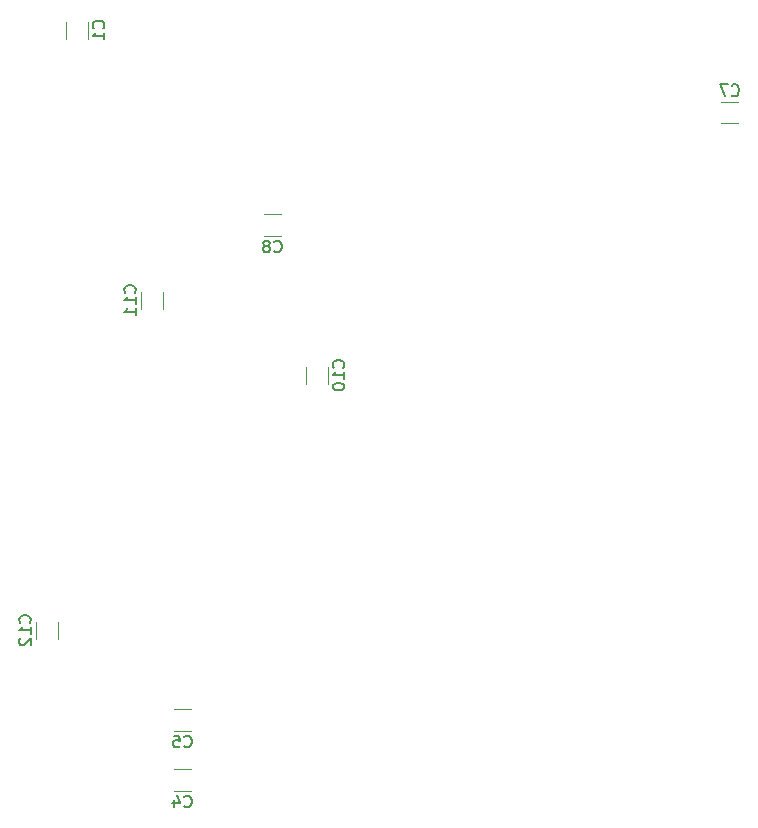
<source format=gbr>
%TF.GenerationSoftware,KiCad,Pcbnew,8.0.5*%
%TF.CreationDate,2024-10-06T22:29:13+02:00*%
%TF.ProjectId,carte_test,63617274-655f-4746-9573-742e6b696361,0*%
%TF.SameCoordinates,Original*%
%TF.FileFunction,Legend,Bot*%
%TF.FilePolarity,Positive*%
%FSLAX46Y46*%
G04 Gerber Fmt 4.6, Leading zero omitted, Abs format (unit mm)*
G04 Created by KiCad (PCBNEW 8.0.5) date 2024-10-06 22:29:13*
%MOMM*%
%LPD*%
G01*
G04 APERTURE LIST*
%ADD10C,0.150000*%
%ADD11C,0.120000*%
G04 APERTURE END LIST*
D10*
X123494580Y-62698333D02*
X123542200Y-62650714D01*
X123542200Y-62650714D02*
X123589819Y-62507857D01*
X123589819Y-62507857D02*
X123589819Y-62412619D01*
X123589819Y-62412619D02*
X123542200Y-62269762D01*
X123542200Y-62269762D02*
X123446961Y-62174524D01*
X123446961Y-62174524D02*
X123351723Y-62126905D01*
X123351723Y-62126905D02*
X123161247Y-62079286D01*
X123161247Y-62079286D02*
X123018390Y-62079286D01*
X123018390Y-62079286D02*
X122827914Y-62126905D01*
X122827914Y-62126905D02*
X122732676Y-62174524D01*
X122732676Y-62174524D02*
X122637438Y-62269762D01*
X122637438Y-62269762D02*
X122589819Y-62412619D01*
X122589819Y-62412619D02*
X122589819Y-62507857D01*
X122589819Y-62507857D02*
X122637438Y-62650714D01*
X122637438Y-62650714D02*
X122685057Y-62698333D01*
X123589819Y-63650714D02*
X123589819Y-63079286D01*
X123589819Y-63365000D02*
X122589819Y-63365000D01*
X122589819Y-63365000D02*
X122732676Y-63269762D01*
X122732676Y-63269762D02*
X122827914Y-63174524D01*
X122827914Y-63174524D02*
X122875533Y-63079286D01*
X130341666Y-128574580D02*
X130389285Y-128622200D01*
X130389285Y-128622200D02*
X130532142Y-128669819D01*
X130532142Y-128669819D02*
X130627380Y-128669819D01*
X130627380Y-128669819D02*
X130770237Y-128622200D01*
X130770237Y-128622200D02*
X130865475Y-128526961D01*
X130865475Y-128526961D02*
X130913094Y-128431723D01*
X130913094Y-128431723D02*
X130960713Y-128241247D01*
X130960713Y-128241247D02*
X130960713Y-128098390D01*
X130960713Y-128098390D02*
X130913094Y-127907914D01*
X130913094Y-127907914D02*
X130865475Y-127812676D01*
X130865475Y-127812676D02*
X130770237Y-127717438D01*
X130770237Y-127717438D02*
X130627380Y-127669819D01*
X130627380Y-127669819D02*
X130532142Y-127669819D01*
X130532142Y-127669819D02*
X130389285Y-127717438D01*
X130389285Y-127717438D02*
X130341666Y-127765057D01*
X129484523Y-128003152D02*
X129484523Y-128669819D01*
X129722618Y-127622200D02*
X129960713Y-128336485D01*
X129960713Y-128336485D02*
X129341666Y-128336485D01*
X130341666Y-123494580D02*
X130389285Y-123542200D01*
X130389285Y-123542200D02*
X130532142Y-123589819D01*
X130532142Y-123589819D02*
X130627380Y-123589819D01*
X130627380Y-123589819D02*
X130770237Y-123542200D01*
X130770237Y-123542200D02*
X130865475Y-123446961D01*
X130865475Y-123446961D02*
X130913094Y-123351723D01*
X130913094Y-123351723D02*
X130960713Y-123161247D01*
X130960713Y-123161247D02*
X130960713Y-123018390D01*
X130960713Y-123018390D02*
X130913094Y-122827914D01*
X130913094Y-122827914D02*
X130865475Y-122732676D01*
X130865475Y-122732676D02*
X130770237Y-122637438D01*
X130770237Y-122637438D02*
X130627380Y-122589819D01*
X130627380Y-122589819D02*
X130532142Y-122589819D01*
X130532142Y-122589819D02*
X130389285Y-122637438D01*
X130389285Y-122637438D02*
X130341666Y-122685057D01*
X129436904Y-122589819D02*
X129913094Y-122589819D01*
X129913094Y-122589819D02*
X129960713Y-123066009D01*
X129960713Y-123066009D02*
X129913094Y-123018390D01*
X129913094Y-123018390D02*
X129817856Y-122970771D01*
X129817856Y-122970771D02*
X129579761Y-122970771D01*
X129579761Y-122970771D02*
X129484523Y-123018390D01*
X129484523Y-123018390D02*
X129436904Y-123066009D01*
X129436904Y-123066009D02*
X129389285Y-123161247D01*
X129389285Y-123161247D02*
X129389285Y-123399342D01*
X129389285Y-123399342D02*
X129436904Y-123494580D01*
X129436904Y-123494580D02*
X129484523Y-123542200D01*
X129484523Y-123542200D02*
X129579761Y-123589819D01*
X129579761Y-123589819D02*
X129817856Y-123589819D01*
X129817856Y-123589819D02*
X129913094Y-123542200D01*
X129913094Y-123542200D02*
X129960713Y-123494580D01*
X117254580Y-113022142D02*
X117302200Y-112974523D01*
X117302200Y-112974523D02*
X117349819Y-112831666D01*
X117349819Y-112831666D02*
X117349819Y-112736428D01*
X117349819Y-112736428D02*
X117302200Y-112593571D01*
X117302200Y-112593571D02*
X117206961Y-112498333D01*
X117206961Y-112498333D02*
X117111723Y-112450714D01*
X117111723Y-112450714D02*
X116921247Y-112403095D01*
X116921247Y-112403095D02*
X116778390Y-112403095D01*
X116778390Y-112403095D02*
X116587914Y-112450714D01*
X116587914Y-112450714D02*
X116492676Y-112498333D01*
X116492676Y-112498333D02*
X116397438Y-112593571D01*
X116397438Y-112593571D02*
X116349819Y-112736428D01*
X116349819Y-112736428D02*
X116349819Y-112831666D01*
X116349819Y-112831666D02*
X116397438Y-112974523D01*
X116397438Y-112974523D02*
X116445057Y-113022142D01*
X117349819Y-113974523D02*
X117349819Y-113403095D01*
X117349819Y-113688809D02*
X116349819Y-113688809D01*
X116349819Y-113688809D02*
X116492676Y-113593571D01*
X116492676Y-113593571D02*
X116587914Y-113498333D01*
X116587914Y-113498333D02*
X116635533Y-113403095D01*
X116445057Y-114355476D02*
X116397438Y-114403095D01*
X116397438Y-114403095D02*
X116349819Y-114498333D01*
X116349819Y-114498333D02*
X116349819Y-114736428D01*
X116349819Y-114736428D02*
X116397438Y-114831666D01*
X116397438Y-114831666D02*
X116445057Y-114879285D01*
X116445057Y-114879285D02*
X116540295Y-114926904D01*
X116540295Y-114926904D02*
X116635533Y-114926904D01*
X116635533Y-114926904D02*
X116778390Y-114879285D01*
X116778390Y-114879285D02*
X117349819Y-114307857D01*
X117349819Y-114307857D02*
X117349819Y-114926904D01*
X126144580Y-85082142D02*
X126192200Y-85034523D01*
X126192200Y-85034523D02*
X126239819Y-84891666D01*
X126239819Y-84891666D02*
X126239819Y-84796428D01*
X126239819Y-84796428D02*
X126192200Y-84653571D01*
X126192200Y-84653571D02*
X126096961Y-84558333D01*
X126096961Y-84558333D02*
X126001723Y-84510714D01*
X126001723Y-84510714D02*
X125811247Y-84463095D01*
X125811247Y-84463095D02*
X125668390Y-84463095D01*
X125668390Y-84463095D02*
X125477914Y-84510714D01*
X125477914Y-84510714D02*
X125382676Y-84558333D01*
X125382676Y-84558333D02*
X125287438Y-84653571D01*
X125287438Y-84653571D02*
X125239819Y-84796428D01*
X125239819Y-84796428D02*
X125239819Y-84891666D01*
X125239819Y-84891666D02*
X125287438Y-85034523D01*
X125287438Y-85034523D02*
X125335057Y-85082142D01*
X126239819Y-86034523D02*
X126239819Y-85463095D01*
X126239819Y-85748809D02*
X125239819Y-85748809D01*
X125239819Y-85748809D02*
X125382676Y-85653571D01*
X125382676Y-85653571D02*
X125477914Y-85558333D01*
X125477914Y-85558333D02*
X125525533Y-85463095D01*
X126239819Y-86986904D02*
X126239819Y-86415476D01*
X126239819Y-86701190D02*
X125239819Y-86701190D01*
X125239819Y-86701190D02*
X125382676Y-86605952D01*
X125382676Y-86605952D02*
X125477914Y-86510714D01*
X125477914Y-86510714D02*
X125525533Y-86415476D01*
X143814580Y-91432142D02*
X143862200Y-91384523D01*
X143862200Y-91384523D02*
X143909819Y-91241666D01*
X143909819Y-91241666D02*
X143909819Y-91146428D01*
X143909819Y-91146428D02*
X143862200Y-91003571D01*
X143862200Y-91003571D02*
X143766961Y-90908333D01*
X143766961Y-90908333D02*
X143671723Y-90860714D01*
X143671723Y-90860714D02*
X143481247Y-90813095D01*
X143481247Y-90813095D02*
X143338390Y-90813095D01*
X143338390Y-90813095D02*
X143147914Y-90860714D01*
X143147914Y-90860714D02*
X143052676Y-90908333D01*
X143052676Y-90908333D02*
X142957438Y-91003571D01*
X142957438Y-91003571D02*
X142909819Y-91146428D01*
X142909819Y-91146428D02*
X142909819Y-91241666D01*
X142909819Y-91241666D02*
X142957438Y-91384523D01*
X142957438Y-91384523D02*
X143005057Y-91432142D01*
X143909819Y-92384523D02*
X143909819Y-91813095D01*
X143909819Y-92098809D02*
X142909819Y-92098809D01*
X142909819Y-92098809D02*
X143052676Y-92003571D01*
X143052676Y-92003571D02*
X143147914Y-91908333D01*
X143147914Y-91908333D02*
X143195533Y-91813095D01*
X142909819Y-93003571D02*
X142909819Y-93098809D01*
X142909819Y-93098809D02*
X142957438Y-93194047D01*
X142957438Y-93194047D02*
X143005057Y-93241666D01*
X143005057Y-93241666D02*
X143100295Y-93289285D01*
X143100295Y-93289285D02*
X143290771Y-93336904D01*
X143290771Y-93336904D02*
X143528866Y-93336904D01*
X143528866Y-93336904D02*
X143719342Y-93289285D01*
X143719342Y-93289285D02*
X143814580Y-93241666D01*
X143814580Y-93241666D02*
X143862200Y-93194047D01*
X143862200Y-93194047D02*
X143909819Y-93098809D01*
X143909819Y-93098809D02*
X143909819Y-93003571D01*
X143909819Y-93003571D02*
X143862200Y-92908333D01*
X143862200Y-92908333D02*
X143814580Y-92860714D01*
X143814580Y-92860714D02*
X143719342Y-92813095D01*
X143719342Y-92813095D02*
X143528866Y-92765476D01*
X143528866Y-92765476D02*
X143290771Y-92765476D01*
X143290771Y-92765476D02*
X143100295Y-92813095D01*
X143100295Y-92813095D02*
X143005057Y-92860714D01*
X143005057Y-92860714D02*
X142957438Y-92908333D01*
X142957438Y-92908333D02*
X142909819Y-93003571D01*
X137961666Y-81584580D02*
X138009285Y-81632200D01*
X138009285Y-81632200D02*
X138152142Y-81679819D01*
X138152142Y-81679819D02*
X138247380Y-81679819D01*
X138247380Y-81679819D02*
X138390237Y-81632200D01*
X138390237Y-81632200D02*
X138485475Y-81536961D01*
X138485475Y-81536961D02*
X138533094Y-81441723D01*
X138533094Y-81441723D02*
X138580713Y-81251247D01*
X138580713Y-81251247D02*
X138580713Y-81108390D01*
X138580713Y-81108390D02*
X138533094Y-80917914D01*
X138533094Y-80917914D02*
X138485475Y-80822676D01*
X138485475Y-80822676D02*
X138390237Y-80727438D01*
X138390237Y-80727438D02*
X138247380Y-80679819D01*
X138247380Y-80679819D02*
X138152142Y-80679819D01*
X138152142Y-80679819D02*
X138009285Y-80727438D01*
X138009285Y-80727438D02*
X137961666Y-80775057D01*
X137390237Y-81108390D02*
X137485475Y-81060771D01*
X137485475Y-81060771D02*
X137533094Y-81013152D01*
X137533094Y-81013152D02*
X137580713Y-80917914D01*
X137580713Y-80917914D02*
X137580713Y-80870295D01*
X137580713Y-80870295D02*
X137533094Y-80775057D01*
X137533094Y-80775057D02*
X137485475Y-80727438D01*
X137485475Y-80727438D02*
X137390237Y-80679819D01*
X137390237Y-80679819D02*
X137199761Y-80679819D01*
X137199761Y-80679819D02*
X137104523Y-80727438D01*
X137104523Y-80727438D02*
X137056904Y-80775057D01*
X137056904Y-80775057D02*
X137009285Y-80870295D01*
X137009285Y-80870295D02*
X137009285Y-80917914D01*
X137009285Y-80917914D02*
X137056904Y-81013152D01*
X137056904Y-81013152D02*
X137104523Y-81060771D01*
X137104523Y-81060771D02*
X137199761Y-81108390D01*
X137199761Y-81108390D02*
X137390237Y-81108390D01*
X137390237Y-81108390D02*
X137485475Y-81156009D01*
X137485475Y-81156009D02*
X137533094Y-81203628D01*
X137533094Y-81203628D02*
X137580713Y-81298866D01*
X137580713Y-81298866D02*
X137580713Y-81489342D01*
X137580713Y-81489342D02*
X137533094Y-81584580D01*
X137533094Y-81584580D02*
X137485475Y-81632200D01*
X137485475Y-81632200D02*
X137390237Y-81679819D01*
X137390237Y-81679819D02*
X137199761Y-81679819D01*
X137199761Y-81679819D02*
X137104523Y-81632200D01*
X137104523Y-81632200D02*
X137056904Y-81584580D01*
X137056904Y-81584580D02*
X137009285Y-81489342D01*
X137009285Y-81489342D02*
X137009285Y-81298866D01*
X137009285Y-81298866D02*
X137056904Y-81203628D01*
X137056904Y-81203628D02*
X137104523Y-81156009D01*
X137104523Y-81156009D02*
X137199761Y-81108390D01*
X176696666Y-68359580D02*
X176744285Y-68407200D01*
X176744285Y-68407200D02*
X176887142Y-68454819D01*
X176887142Y-68454819D02*
X176982380Y-68454819D01*
X176982380Y-68454819D02*
X177125237Y-68407200D01*
X177125237Y-68407200D02*
X177220475Y-68311961D01*
X177220475Y-68311961D02*
X177268094Y-68216723D01*
X177268094Y-68216723D02*
X177315713Y-68026247D01*
X177315713Y-68026247D02*
X177315713Y-67883390D01*
X177315713Y-67883390D02*
X177268094Y-67692914D01*
X177268094Y-67692914D02*
X177220475Y-67597676D01*
X177220475Y-67597676D02*
X177125237Y-67502438D01*
X177125237Y-67502438D02*
X176982380Y-67454819D01*
X176982380Y-67454819D02*
X176887142Y-67454819D01*
X176887142Y-67454819D02*
X176744285Y-67502438D01*
X176744285Y-67502438D02*
X176696666Y-67550057D01*
X176363332Y-67454819D02*
X175696666Y-67454819D01*
X175696666Y-67454819D02*
X176125237Y-68454819D01*
D11*
%TO.C,C1*%
X120375000Y-62153748D02*
X120375000Y-63576252D01*
X122195000Y-62153748D02*
X122195000Y-63576252D01*
%TO.C,C4*%
X130886252Y-125455000D02*
X129463748Y-125455000D01*
X130886252Y-127275000D02*
X129463748Y-127275000D01*
%TO.C,C5*%
X130886252Y-120375000D02*
X129463748Y-120375000D01*
X130886252Y-122195000D02*
X129463748Y-122195000D01*
%TO.C,C12*%
X117835000Y-114376252D02*
X117835000Y-112953748D01*
X119655000Y-114376252D02*
X119655000Y-112953748D01*
%TO.C,C11*%
X126725000Y-86436252D02*
X126725000Y-85013748D01*
X128545000Y-86436252D02*
X128545000Y-85013748D01*
%TO.C,C10*%
X140695000Y-91363748D02*
X140695000Y-92786252D01*
X142515000Y-91363748D02*
X142515000Y-92786252D01*
%TO.C,C8*%
X138506252Y-78465000D02*
X137083748Y-78465000D01*
X138506252Y-80285000D02*
X137083748Y-80285000D01*
%TO.C,C7*%
X175818748Y-68940000D02*
X177241252Y-68940000D01*
X175818748Y-70760000D02*
X177241252Y-70760000D01*
%TD*%
M02*

</source>
